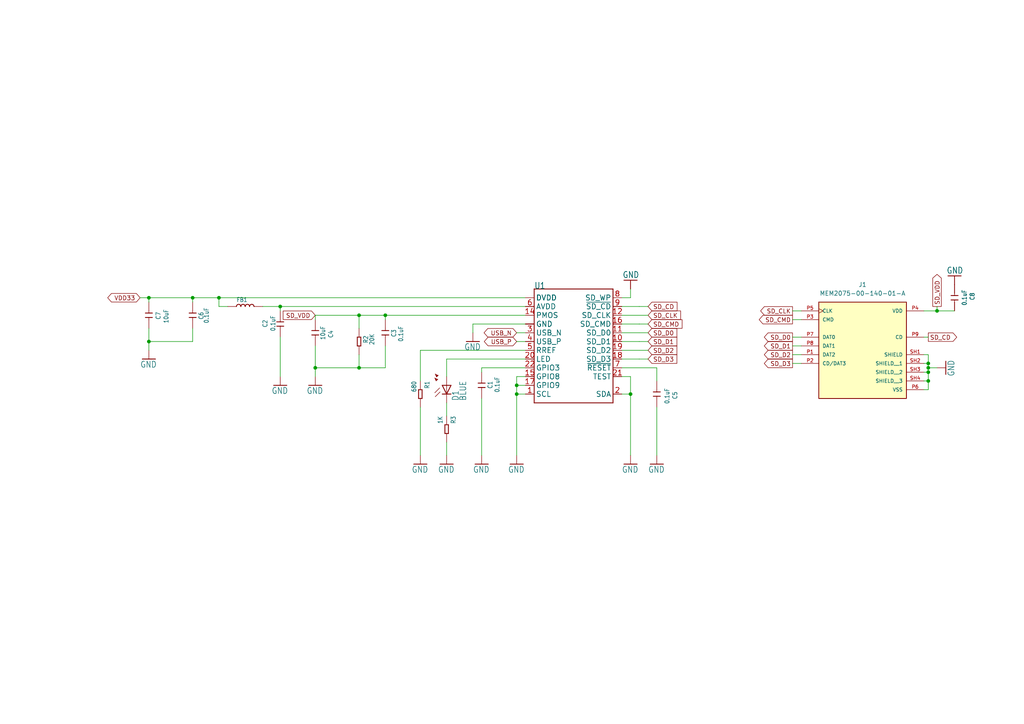
<source format=kicad_sch>
(kicad_sch (version 20250114) (generator "eeschema") (generator_version "9.0")
  (paper "A4")
  (lib_symbols
    (symbol "MEM2075-00-140-01-A:MEM2075-00-140-01-A" (pin_names (offset 1.016))
      (property "Reference" "J" (at -12.7 10.795 0))
      (property "Value" "MEM2075-00-140-01-A" (at -12.7 -20.32 0))
      (symbol "MEM2075-00-140-01-A_0_0"
        (rectangle (start -12.7 -17.78) (end 12.7 10.16) (stroke (width 0.254)) (fill (type background)))
        (pin bidirectional clock (at -17.78 7.62 0) (length 5.08) (name "CLK") (number "P5"))
        (pin bidirectional line (at -17.78 5.08 0) (length 5.08) (name "CMD") (number "P3"))
        (pin bidirectional line (at -17.78 0 0) (length 5.08) (name "DAT0") (number "P7"))
        (pin bidirectional line (at -17.78 -2.54 0) (length 5.08) (name "DAT1") (number "P8"))
        (pin bidirectional line (at -17.78 -5.08 0) (length 5.08) (name "DAT2") (number "P1"))
        (pin bidirectional line (at -17.78 -7.62 0) (length 5.08) (name "CD/DAT3") (number "P2"))
        (pin power_in line (at 17.78 7.62 180) (length 5.08) (name "VDD") (number "P4"))
        (pin passive line (at 17.78 0 180) (length 5.08) (name "CD") (number "P9"))
        (pin power_in line (at 17.78 -5.08 180) (length 5.08) (name "SHIELD") (number "SH1"))
        (pin power_in line (at 17.78 -7.62 180) (length 5.08) (name "SHIELD__1") (number "SH2"))
        (pin power_in line (at 17.78 -10.16 180) (length 5.08) (name "SHIELD__2") (number "SH3"))
        (pin power_in line (at 17.78 -12.7 180) (length 5.08) (name "SHIELD__3") (number "SH4"))
        (pin power_in line (at 17.78 -15.24 180) (length 5.08) (name "VSS") (number "P6"))
      )
    )
    (symbol "psvsd-eagle-import:CERAMIC-1NF-50V-5%-C0G(0603)"
      (property "Reference" "C" (at -3.81 1.27 0))
      (symbol "CERAMIC-1NF-50V-5%-C0G(0603)_1_0"
        (polyline (pts (xy -1.27 0) (xy -0.635 0)) (stroke (width 0.1524)))
        (polyline (pts (xy -0.635 0) (xy -0.635 1.016)) (stroke (width 0.254)))
        (polyline (pts (xy -0.635 -1.016) (xy -0.635 0)) (stroke (width 0.254)))
        (polyline (pts (xy 0.635 1.016) (xy 0.635 0)) (stroke (width 0.254)))
        (polyline (pts (xy 0.635 0) (xy 0.635 -1.016)) (stroke (width 0.254)))
        (polyline (pts (xy 0.635 0) (xy 1.27 0)) (stroke (width 0.1524)))
        (pin passive line (at -3.81 0 0) (length 2.54) (name "1") (number "1"))
        (pin passive line (at 3.81 0 180) (length 2.54) (name "2") (number "2"))
      )
    )
    (symbol "psvsd-eagle-import:GL823(A)OG"
      (property "Reference" "U" (at -10.16 15.24 0))
      (symbol "GL823(A)OG_1_0"
        (polyline (pts (xy -10.16 15.24) (xy -10.16 -17.78)) (stroke (width 0.254)))
        (polyline (pts (xy -10.16 -17.78) (xy 12.7 -17.78)) (stroke (width 0.254)))
        (polyline (pts (xy 12.7 15.24) (xy -10.16 15.24)) (stroke (width 0.254)))
        (polyline (pts (xy 12.7 -17.78) (xy 12.7 15.24)) (stroke (width 0.254)))
        (pin power_in line (at -12.7 12.7 0) (length 2.54) (name "DVDD") (number "13"))
        (pin power_in line (at -12.7 12.7 0) (length 2.54) (name "DVDD") (number "23"))
        (pin power_in line (at -12.7 10.16 0) (length 2.54) (name "AVDD") (number "6"))
        (pin power_in line (at -12.7 7.62 0) (length 2.54) (name "PMOS") (number "14"))
        (pin power_in line (at -12.7 5.08 0) (length 2.54) (name "GND") (number "24"))
        (pin power_in line (at -12.7 5.08 0) (length 2.54) (name "GND") (number "25"))
        (pin bidirectional line (at -12.7 2.54 0) (length 2.54) (name "USB_N") (number "3"))
        (pin bidirectional line (at -12.7 0 0) (length 2.54) (name "USB_P") (number "4"))
        (pin bidirectional line (at -12.7 -2.54 0) (length 2.54) (name "RREF") (number "5"))
        (pin output line (at -12.7 -5.08 0) (length 2.54) (name "LED") (number "20"))
        (pin bidirectional line (at -12.7 -7.62 0) (length 2.54) (name "GPIO3") (number "22"))
        (pin bidirectional line (at -12.7 -10.16 0) (length 2.54) (name "GPIO8") (number "15"))
        (pin bidirectional line (at -12.7 -12.7 0) (length 2.54) (name "GPIO9") (number "17"))
        (pin bidirectional line (at -12.7 -15.24 0) (length 2.54) (name "SCL") (number "1"))
        (pin input line (at 15.24 12.7 180) (length 2.54) (name "SD_WP") (number "8"))
        (pin input line (at 15.24 10.16 180) (length 2.54) (name "~{SD_CD}") (number "9"))
        (pin output line (at 15.24 7.62 180) (length 2.54) (name "SD_CLK") (number "12"))
        (pin bidirectional line (at 15.24 5.08 180) (length 2.54) (name "SD_CMD") (number "16"))
        (pin bidirectional line (at 15.24 2.54 180) (length 2.54) (name "SD_D0") (number "11"))
        (pin bidirectional line (at 15.24 0 180) (length 2.54) (name "SD_D1") (number "10"))
        (pin bidirectional line (at 15.24 -2.54 180) (length 2.54) (name "SD_D2") (number "19"))
        (pin bidirectional line (at 15.24 -5.08 180) (length 2.54) (name "SD_D3") (number "18"))
        (pin input line (at 15.24 -7.62 180) (length 2.54) (name "~{RESET}") (number "7"))
        (pin input line (at 15.24 -10.16 180) (length 2.54) (name "TEST") (number "21"))
        (pin bidirectional line (at 15.24 -15.24 180) (length 2.54) (name "SDA") (number "2"))
      )
    )
    (symbol "psvsd-eagle-import:GND" (power)
      (symbol "GND_1_0"
        (polyline (pts (xy -1.905 0) (xy 1.905 0)) (stroke (width 0.254)))
        (pin power_in line (at 0 2.54 270) (length 2.54) (name "GND") (number "1"))
      )
    )
    (symbol "psvsd-eagle-import:LEDCHIP-LED0603"
      (property "Reference" "LED" (at 3.556 -4.572 90))
      (symbol "LEDCHIP-LED0603_1_0"
        (polyline (pts (xy -3.429 2.159) (xy -3.048 1.27) (xy -2.54 1.778)) (stroke (width 0.1524)) (fill (type outline)))
        (polyline (pts (xy -3.302 3.302) (xy -2.921 2.413) (xy -2.413 2.921)) (stroke (width 0.1524)) (fill (type outline)))
        (polyline (pts (xy -2.032 -0.762) (xy -3.429 -2.159)) (stroke (width 0.1524)))
        (polyline (pts (xy -1.905 -1.905) (xy -3.302 -3.302)) (stroke (width 0.1524)))
        (polyline (pts (xy 0 0) (xy -1.27 0)) (stroke (width 0.254)))
        (polyline (pts (xy 0 0) (xy 0 -2.54)) (stroke (width 0.1524)))
        (polyline (pts (xy 0 -2.54) (xy -1.27 0)) (stroke (width 0.254)))
        (polyline (pts (xy 0 -2.54) (xy -1.27 -2.54)) (stroke (width 0.254)))
        (polyline (pts (xy 1.27 0) (xy 0 0)) (stroke (width 0.254)))
        (polyline (pts (xy 1.27 0) (xy 0 -2.54)) (stroke (width 0.254)))
        (polyline (pts (xy 1.27 -2.54) (xy 0 -2.54)) (stroke (width 0.254)))
        (pin passive line (at 0 2.54 270) (length 2.54) (name "A") (number "A"))
        (pin passive line (at 0 -5.08 90) (length 2.54) (name "C") (number "C"))
      )
    )
    (symbol "psvsd-eagle-import:SMD-FERRITE-BEAD-2500R-50MA(0603)"
      (property "Reference" "L" (at -2.54 1.27 0))
      (symbol "SMD-FERRITE-BEAD-2500R-50MA(0603)_1_0"
        (arc (start -2.54 0) (mid -1.905 0.635) (end -1.27 0) (stroke (width 0.254)))
        (arc (start -1.27 0) (mid -0.635 0.635) (end 0 0) (stroke (width 0.254)))
        (arc (start 0 0) (mid 0.635 0.635) (end 1.27 0) (stroke (width 0.254)))
        (arc (start 1.27 0) (mid 1.905 0.635) (end 2.54 0) (stroke (width 0.254)))
        (pin passive line (at -5.08 0 0) (length 2.54) (name "1") (number "1"))
        (pin passive line (at 5.08 0 180) (length 2.54) (name "2") (number "2"))
      )
    )
    (symbol "psvsd-eagle-import:SMD-RES-0R-5%-1/10W(0603)"
      (property "Reference" "R" (at -3.81 1.27 0))
      (symbol "SMD-RES-0R-5%-1/10W(0603)_1_0"
        (polyline (pts (xy -1.27 0.508) (xy 1.27 0.508)) (stroke (width 0.254)))
        (polyline (pts (xy -1.27 -0.508) (xy -1.27 0.508)) (stroke (width 0.254)))
        (polyline (pts (xy 1.27 0.508) (xy 1.27 -0.508)) (stroke (width 0.254)))
        (polyline (pts (xy 1.27 -0.508) (xy -1.27 -0.508)) (stroke (width 0.254)))
        (pin passive line (at -3.81 0 0) (length 2.54) (name "1") (number "1"))
        (pin passive line (at 3.81 0 180) (length 2.54) (name "2") (number "2"))
      )
    )
  )
  (junction (at 63.5 86.36))
  (junction (at 269.24 105.41))
  (junction (at 43.18 99.06))
  (junction (at 104.14 91.44))
  (junction (at 149.86 111.76))
  (junction (at 269.24 107.95))
  (junction (at 104.14 106.68))
  (junction (at 91.44 106.68))
  (junction (at 81.28 88.9))
  (junction (at 149.86 114.3))
  (junction (at 182.88 114.3))
  (junction (at 111.76 91.44))
  (junction (at 43.18 86.36))
  (junction (at 269.24 110.49))
  (junction (at 269.24 106.68))
  (junction (at 271.78 90.17))
  (junction (at 55.88 86.36))
  (wire (pts (xy 269.24 106.68) (xy 269.24 107.95)))
  (wire (pts (xy 180.34 109.22) (xy 182.88 109.22)) (stroke (width 0.1524)))
  (wire (pts (xy 76.2 88.9) (xy 81.28 88.9)) (stroke (width 0.1524)))
  (wire (pts (xy 104.14 91.44) (xy 91.44 91.44)) (stroke (width 0.1524)))
  (wire (pts (xy 91.44 106.68) (xy 104.14 106.68)) (stroke (width 0.1524)))
  (wire (pts (xy 43.18 99.06) (xy 43.18 101.6)) (stroke (width 0.1524)))
  (wire (pts (xy 152.4 93.98) (xy 137.16 93.98)) (stroke (width 0.1524)))
  (wire (pts (xy 149.86 109.22) (xy 149.86 111.76)) (stroke (width 0.1524)))
  (wire (pts (xy 182.88 86.36) (xy 182.88 83.82)) (stroke (width 0.1524)))
  (wire (pts (xy 55.88 95.25) (xy 55.88 99.06)) (stroke (width 0.1524)))
  (wire (pts (xy 152.4 114.3) (xy 149.86 114.3)) (stroke (width 0.1524)))
  (wire (pts (xy 63.5 86.36) (xy 55.88 86.36)) (stroke (width 0.1524)))
  (wire (pts (xy 185.42 93.98) (xy 187.96 93.98)))
  (wire (pts (xy 180.34 93.98) (xy 185.42 93.98)) (stroke (width 0.1524)))
  (wire (pts (xy 182.88 109.22) (xy 182.88 114.3)) (stroke (width 0.1524)))
  (wire (pts (xy 269.24 106.68) (xy 271.78 106.68)))
  (wire (pts (xy 149.86 111.76) (xy 149.86 114.3)) (stroke (width 0.1524)))
  (wire (pts (xy 229.87 105.41) (xy 232.41 105.41)))
  (wire (pts (xy 81.28 88.9) (xy 81.28 90.17)) (stroke (width 0.1524)))
  (wire (pts (xy 271.78 90.17) (xy 276.86 90.17)))
  (wire (pts (xy 229.87 90.17) (xy 232.41 90.17)))
  (wire (pts (xy 152.4 96.52) (xy 149.86 96.52)) (stroke (width 0.1524)))
  (wire (pts (xy 267.97 97.79) (xy 269.24 97.79)) (stroke (width 0.1524)))
  (wire (pts (xy 180.34 91.44) (xy 187.96 91.44)))
  (wire (pts (xy 267.97 113.03) (xy 269.24 113.03)))
  (wire (pts (xy 267.97 90.17) (xy 271.78 90.17)))
  (wire (pts (xy 185.42 96.52) (xy 187.96 96.52)))
  (wire (pts (xy 152.4 106.68) (xy 139.7 106.68)) (stroke (width 0.1524)))
  (wire (pts (xy 43.18 86.36) (xy 43.18 87.63)) (stroke (width 0.1524)))
  (wire (pts (xy 180.34 101.6) (xy 185.42 101.6)) (stroke (width 0.1524)))
  (wire (pts (xy 152.4 101.6) (xy 121.92 101.6)) (stroke (width 0.1524)))
  (wire (pts (xy 180.34 114.3) (xy 182.88 114.3)) (stroke (width 0.1524)))
  (wire (pts (xy 81.28 97.79) (xy 81.28 109.22)) (stroke (width 0.1524)))
  (wire (pts (xy 229.87 102.87) (xy 232.41 102.87)))
  (wire (pts (xy 139.7 106.68) (xy 139.7 107.95)) (stroke (width 0.1524)))
  (wire (pts (xy 269.24 105.41) (xy 269.24 106.68)))
  (wire (pts (xy 43.18 86.36) (xy 40.64 86.36)) (stroke (width 0.1524)))
  (wire (pts (xy 229.87 92.71) (xy 232.41 92.71)))
  (wire (pts (xy 271.78 88.9) (xy 271.78 90.17)))
  (wire (pts (xy 129.54 116.84) (xy 129.54 120.65)) (stroke (width 0.1524)))
  (wire (pts (xy 111.76 100.33) (xy 111.76 106.68)) (stroke (width 0.1524)))
  (wire (pts (xy 152.4 86.36) (xy 63.5 86.36)) (stroke (width 0.1524)))
  (wire (pts (xy 137.16 93.98) (xy 137.16 96.52)) (stroke (width 0.1524)))
  (wire (pts (xy 269.24 107.95) (xy 269.24 110.49)))
  (wire (pts (xy 180.34 96.52) (xy 185.42 96.52)) (stroke (width 0.1524)))
  (wire (pts (xy 180.34 104.14) (xy 185.42 104.14)) (stroke (width 0.1524)))
  (wire (pts (xy 121.92 118.11) (xy 121.92 132.08)) (stroke (width 0.1524)))
  (wire (pts (xy 185.42 88.9) (xy 187.96 88.9)))
  (wire (pts (xy 269.24 113.03) (xy 269.24 110.49)))
  (wire (pts (xy 185.42 101.6) (xy 187.96 101.6)))
  (wire (pts (xy 152.4 104.14) (xy 129.54 104.14)) (stroke (width 0.1524)))
  (wire (pts (xy 104.14 106.68) (xy 104.14 102.87)) (stroke (width 0.1524)))
  (wire (pts (xy 55.88 86.36) (xy 43.18 86.36)) (stroke (width 0.1524)))
  (wire (pts (xy 91.44 100.33) (xy 91.44 106.68)) (stroke (width 0.1524)))
  (wire (pts (xy 139.7 115.57) (xy 139.7 132.08)) (stroke (width 0.1524)))
  (wire (pts (xy 43.18 95.25) (xy 43.18 99.06)) (stroke (width 0.1524)))
  (wire (pts (xy 152.4 111.76) (xy 149.86 111.76)) (stroke (width 0.1524)))
  (wire (pts (xy 111.76 106.68) (xy 104.14 106.68)) (stroke (width 0.1524)))
  (wire (pts (xy 190.5 118.11) (xy 190.5 132.08)) (stroke (width 0.1524)))
  (wire (pts (xy 267.97 110.49) (xy 269.24 110.49)))
  (wire (pts (xy 63.5 88.9) (xy 63.5 86.36)) (stroke (width 0.1524)))
  (wire (pts (xy 55.88 99.06) (xy 43.18 99.06)) (stroke (width 0.1524)))
  (wire (pts (xy 91.44 91.44) (xy 91.44 92.71)) (stroke (width 0.1524)))
  (wire (pts (xy 104.14 91.44) (xy 104.14 95.25)) (stroke (width 0.1524)))
  (wire (pts (xy 185.42 99.06) (xy 187.96 99.06)))
  (wire (pts (xy 190.5 106.68) (xy 190.5 110.49)) (stroke (width 0.1524)))
  (wire (pts (xy 180.34 106.68) (xy 190.5 106.68)) (stroke (width 0.1524)))
  (wire (pts (xy 180.34 88.9) (xy 185.42 88.9)) (stroke (width 0.1524)))
  (wire (pts (xy 152.4 99.06) (xy 149.86 99.06)) (stroke (width 0.1524)))
  (wire (pts (xy 180.34 86.36) (xy 182.88 86.36)) (stroke (width 0.1524)))
  (wire (pts (xy 267.97 102.87) (xy 269.24 102.87)))
  (wire (pts (xy 269.24 102.87) (xy 269.24 105.41)))
  (wire (pts (xy 267.97 105.41) (xy 269.24 105.41)))
  (wire (pts (xy 152.4 109.22) (xy 149.86 109.22)) (stroke (width 0.1524)))
  (wire (pts (xy 111.76 91.44) (xy 104.14 91.44)) (stroke (width 0.1524)))
  (wire (pts (xy 185.42 104.14) (xy 187.96 104.14)))
  (wire (pts (xy 81.28 88.9) (xy 152.4 88.9)) (stroke (width 0.1524)))
  (wire (pts (xy 129.54 104.14) (xy 129.54 109.22)) (stroke (width 0.1524)))
  (wire (pts (xy 111.76 91.44) (xy 111.76 92.71)) (stroke (width 0.1524)))
  (wire (pts (xy 66.04 88.9) (xy 63.5 88.9)) (stroke (width 0.1524)))
  (wire (pts (xy 91.44 106.68) (xy 91.44 109.22)) (stroke (width 0.1524)))
  (wire (pts (xy 55.88 86.36) (xy 55.88 87.63)) (stroke (width 0.1524)))
  (wire (pts (xy 180.34 99.06) (xy 185.42 99.06)) (stroke (width 0.1524)))
  (wire (pts (xy 149.86 114.3) (xy 149.86 132.08)) (stroke (width 0.1524)))
  (wire (pts (xy 229.87 97.79) (xy 232.41 97.79)))
  (wire (pts (xy 129.54 128.27) (xy 129.54 132.08)) (stroke (width 0.1524)))
  (wire (pts (xy 229.87 100.33) (xy 232.41 100.33)))
  (wire (pts (xy 182.88 114.3) (xy 182.88 132.08)) (stroke (width 0.1524)))
  (wire (pts (xy 267.97 107.95) (xy 269.24 107.95)))
  (wire (pts (xy 152.4 91.44) (xy 111.76 91.44)) (stroke (width 0.1524)))
  (wire (pts (xy 121.92 101.6) (xy 121.92 110.49)) (stroke (width 0.1524)))
  (global_label "SD_CMD" (shape output) (at 229.87 92.71 180) (effects (font (size 1.2446 1.2446))) (property "Intersheetrefs" "${INTERSHEET_REFS}" (effects (hide yes))))
  (global_label "USB_P" (shape bidirectional) (at 149.86 99.06 180) (effects (font (size 1.2446 1.2446))) (property "Intersheetrefs" "${INTERSHEET_REFS}" (effects (hide yes))))
  (global_label "USB_N" (shape bidirectional) (at 149.86 96.52 180) (effects (font (size 1.2446 1.2446))) (property "Intersheetrefs" "${INTERSHEET_REFS}" (effects (hide yes))))
  (global_label "SD_D0" (shape output) (at 229.87 97.79 180) (effects (font (size 1.2446 1.2446))) (property "Intersheetrefs" "${INTERSHEET_REFS}" (effects (hide yes))))
  (global_label "SD_D1" (shape input) (at 187.96 99.06 0) (property "Intersheetrefs" "${INTERSHEET_REFS}" (effects (hide yes))))
  (global_label "SD_D1" (shape output) (at 229.87 100.33 180) (effects (font (size 1.2446 1.2446))) (property "Intersheetrefs" "${INTERSHEET_REFS}" (effects (hide yes))))
  (global_label "SD_CLK" (shape input) (at 187.96 91.44 0) (property "Intersheetrefs" "${INTERSHEET_REFS}" (effects (hide yes))))
  (global_label "SD_D3" (shape input) (at 187.96 104.14 0) (property "Intersheetrefs" "${INTERSHEET_REFS}" (effects (hide yes))))
  (global_label "SD_D2" (shape output) (at 229.87 102.87 180) (effects (font (size 1.2446 1.2446))) (property "Intersheetrefs" "${INTERSHEET_REFS}" (effects (hide yes))))
  (global_label "VDD33" (shape bidirectional) (at 40.64 86.36 180) (effects (font (size 1.2446 1.2446))) (property "Intersheetrefs" "${INTERSHEET_REFS}" (effects (hide yes))))
  (global_label "SD_CD" (shape output) (at 269.24 97.79 0) (effects (font (size 1.2446 1.2446))) (property "Intersheetrefs" "${INTERSHEET_REFS}" (effects (hide yes))))
  (global_label "SD_D0" (shape input) (at 187.96 96.52 0) (property "Intersheetrefs" "${INTERSHEET_REFS}" (effects (hide yes))))
  (global_label "SD_CLK" (shape output) (at 229.87 90.17 180) (effects (font (size 1.2446 1.2446))) (property "Intersheetrefs" "${INTERSHEET_REFS}" (effects (hide yes))))
  (global_label "SD_CMD" (shape input) (at 187.96 93.98 0) (property "Intersheetrefs" "${INTERSHEET_REFS}" (effects (hide yes))))
  (global_label "SD_D2" (shape input) (at 187.96 101.6 0) (property "Intersheetrefs" "${INTERSHEET_REFS}" (effects (hide yes))))
  (global_label "SD_VDD" (shape input) (at 91.44 91.44 180) (effects (font (size 1.2446 1.2446))) (property "Intersheetrefs" "${INTERSHEET_REFS}" (effects (hide yes))))
  (global_label "SD_VDD" (shape output) (at 271.78 88.9 90) (effects (font (size 1.2446 1.2446))) (property "Intersheetrefs" "${INTERSHEET_REFS}" (effects (hide yes))))
  (global_label "SD_D3" (shape output) (at 229.87 105.41 180) (effects (font (size 1.2446 1.2446))) (property "Intersheetrefs" "${INTERSHEET_REFS}" (effects (hide yes))))
  (global_label "SD_CD" (shape input) (at 187.96 88.9 0) (property "Intersheetrefs" "${INTERSHEET_REFS}" (effects (hide yes))))
  (symbol (lib_id "psvsd-eagle-import:GND") (at 129.54 134.62 0) (unit 1)
    (property "Reference" "#GND9" (effects (hide yes)))
    (property "Value" "GND" (at 127 137.16 0) (effects (font (size 1.778 1.5113)) (justify left bottom)))
  )
  (symbol (lib_id "psvsd-eagle-import:CERAMIC-1NF-50V-5%-C0G(0603)") (at 276.86 86.36 90) (unit 1)
    (property "Reference" "C8" (at 282.702 87.122 0) (effects (font (size 1.27 1.0795)) (justify left bottom)))
    (property "Value" "0.1uF" (at 280.416 88.646 0) (effects (font (size 1.27 1.0795)) (justify left bottom)))
    (property "Footprint" "Footprints:C0603_464" (effects (hide yes)))
  )
  (symbol (lib_id "psvsd-eagle-import:CERAMIC-1NF-50V-5%-C0G(0603)") (at 43.18 91.44 270) (unit 1)
    (property "Reference" "C7" (at 45.212 90.424 0) (effects (font (size 1.27 1.0795)) (justify left bottom)))
    (property "Value" "10uF" (at 47.498 89.662 0) (effects (font (size 1.27 1.0795)) (justify left bottom)))
    (property "Footprint" "Footprints:C0603_464" (effects (hide yes)))
  )
  (symbol (lib_id "psvsd-eagle-import:CERAMIC-1NF-50V-5%-C0G(0603)") (at 91.44 96.52 270) (unit 1)
    (property "Reference" "C4" (at 95.25 95.758 0) (effects (font (size 1.27 1.0795)) (justify left bottom)))
    (property "Value" "10uF" (at 92.964 94.488 0) (effects (font (size 1.27 1.0795)) (justify left bottom)))
    (property "Footprint" "Footprints:C0603_464" (effects (hide yes)))
  )
  (symbol (lib_id "psvsd-eagle-import:GND") (at 121.92 134.62 0) (unit 1)
    (property "Reference" "#GND3" (effects (hide yes)))
    (property "Value" "GND" (at 119.38 137.16 0) (effects (font (size 1.778 1.5113)) (justify left bottom)))
  )
  (symbol (lib_id "psvsd-eagle-import:CERAMIC-1NF-50V-5%-C0G(0603)") (at 139.7 111.76 270) (unit 1)
    (property "Reference" "C1" (at 141.478 110.49 0) (effects (font (size 1.27 1.0795)) (justify left bottom)))
    (property "Value" "0.1uF" (at 143.51 109.22 0) (effects (font (size 1.27 1.0795)) (justify left bottom)))
    (property "Footprint" "Footprints:C0603_464" (effects (hide yes)))
  )
  (symbol (lib_id "psvsd-eagle-import:SMD-FERRITE-BEAD-2500R-50MA(0603)") (at 71.12 88.9 0) (unit 1)
    (property "Reference" "FB1" (at 68.58 87.63 0) (effects (font (size 1.27 1.0795)) (justify left bottom)))
    (property "Value" "SMD-FERRITE-BEAD-2500R-50MA(0603)" (effects (hide yes)))
    (property "Footprint" "Footprints:L0603_471" (effects (hide yes)))
  )
  (symbol (lib_id "psvsd-eagle-import:SMD-RES-0R-5%-1/10W(0603)") (at 104.14 99.06 270) (unit 1)
    (property "Reference" "R2" (at 105.41 97.282 0) (effects (font (size 1.27 1.0795)) (justify left bottom)))
    (property "Value" "20K" (at 107.188 96.774 0) (effects (font (size 1.27 1.0795)) (justify left bottom)))
    (property "Footprint" "Footprints:R0603_474" (effects (hide yes)))
  )
  (symbol (lib_id "psvsd-eagle-import:GL823(A)OG") (at 165.1 99.06 0) (unit 1)
    (property "Reference" "U1" (at 154.94 83.82 0) (effects (font (size 1.778 1.5113)) (justify left bottom)))
    (property "Value" "GL823(A)OG" (effects (hide yes)))
    (property "Footprint" "Footprints:QFN-24" (effects (hide yes)))
  )
  (symbol (lib_id "psvsd-eagle-import:CERAMIC-1NF-50V-5%-C0G(0603)") (at 111.76 96.52 270) (unit 1)
    (property "Reference" "C3" (at 113.538 95.504 0) (effects (font (size 1.27 1.0795)) (justify left bottom)))
    (property "Value" "0.1uF" (at 115.57 94.488 0) (effects (font (size 1.27 1.0795)) (justify left bottom)))
    (property "Footprint" "Footprints:C0603_464" (effects (hide yes)))
  )
  (symbol (lib_id "psvsd-eagle-import:GND") (at 137.16 99.06 0) (unit 1)
    (property "Reference" "#GND7" (effects (hide yes)))
    (property "Value" "GND" (at 134.62 101.6 0) (effects (font (size 1.778 1.5113)) (justify left bottom)))
  )
  (symbol (lib_id "psvsd-eagle-import:GND") (at 190.5 134.62 0) (unit 1)
    (property "Reference" "#GND8" (effects (hide yes)))
    (property "Value" "GND" (at 187.96 137.16 0) (effects (font (size 1.778 1.5113)) (justify left bottom)))
  )
  (symbol (lib_id "psvsd-eagle-import:GND") (at 276.86 80.01 180) (unit 1)
    (property "Reference" "#GND11" (effects (hide yes)))
    (property "Value" "GND" (at 279.4 77.47 0) (effects (font (size 1.778 1.5113)) (justify left bottom)))
  )
  (symbol (lib_id "psvsd-eagle-import:SMD-RES-0R-5%-1/10W(0603)") (at 121.92 114.3 270) (unit 1)
    (property "Reference" "R1" (at 123.19 110.49 0) (effects (font (size 1.27 1.0795)) (justify left bottom)))
    (property "Value" "680" (at 119.38 110.49 0) (effects (font (size 1.27 1.0795)) (justify left bottom)))
    (property "Footprint" "Footprints:R0603_474" (effects (hide yes)))
  )
  (symbol (lib_id "psvsd-eagle-import:GND") (at 139.7 134.62 0) (unit 1)
    (property "Reference" "#GND1" (effects (hide yes)))
    (property "Value" "GND" (at 137.16 137.16 0) (effects (font (size 1.778 1.5113)) (justify left bottom)))
  )
  (symbol (lib_id "psvsd-eagle-import:CERAMIC-1NF-50V-5%-C0G(0603)") (at 55.88 91.44 270) (unit 1)
    (property "Reference" "C6" (at 57.658 90.424 0) (effects (font (size 1.27 1.0795)) (justify left bottom)))
    (property "Value" "0.1uF" (at 59.182 89.154 0) (effects (font (size 1.27 1.0795)) (justify left bottom)))
    (property "Footprint" "Footprints:C0603_464" (effects (hide yes)))
  )
  (symbol (lib_id "psvsd-eagle-import:GND") (at 91.44 111.76 0) (unit 1)
    (property "Reference" "#GND4" (effects (hide yes)))
    (property "Value" "GND" (at 88.9 114.3 0) (effects (font (size 1.778 1.5113)) (justify left bottom)))
  )
  (symbol (lib_id "psvsd-eagle-import:CERAMIC-1NF-50V-5%-C0G(0603)") (at 81.28 93.98 270) (unit 1)
    (property "Reference" "C2" (at 76.2 92.71 0) (effects (font (size 1.27 1.0795)) (justify left bottom)))
    (property "Value" "0.1uF" (at 78.486 91.44 0) (effects (font (size 1.27 1.0795)) (justify left bottom)))
    (property "Footprint" "Footprints:C0603_464" (effects (hide yes)))
  )
  (symbol (lib_id "psvsd-eagle-import:CERAMIC-1NF-50V-5%-C0G(0603)") (at 190.5 114.3 270) (unit 1)
    (property "Reference" "C5" (at 195.072 113.538 0) (effects (font (size 1.27 1.0795)) (justify left bottom)))
    (property "Value" "0.1uF" (at 192.786 112.522 0) (effects (font (size 1.27 1.0795)) (justify left bottom)))
    (property "Footprint" "Footprints:C0603_464" (effects (hide yes)))
  )
  (symbol (lib_id "psvsd-eagle-import:GND") (at 81.28 111.76 0) (unit 1)
    (property "Reference" "#GND5" (effects (hide yes)))
    (property "Value" "GND" (at 78.74 114.3 0) (effects (font (size 1.778 1.5113)) (justify left bottom)))
  )
  (symbol (lib_id "psvsd-eagle-import:GND") (at 43.18 104.14 0) (unit 1)
    (property "Reference" "#GND6" (effects (hide yes)))
    (property "Value" "GND" (at 40.64 106.68 0) (effects (font (size 1.778 1.5113)) (justify left bottom)))
  )
  (symbol (lib_id "psvsd-eagle-import:SMD-RES-0R-5%-1/10W(0603)") (at 129.54 124.46 270) (unit 1)
    (property "Reference" "R3" (at 130.81 120.65 0) (effects (font (size 1.27 1.0795)) (justify left bottom)))
    (property "Value" "1K" (at 127 120.65 0) (effects (font (size 1.27 1.0795)) (justify left bottom)))
    (property "Footprint" "Footprints:R0603_474" (effects (hide yes)))
  )
  (symbol (lib_id "psvsd-eagle-import:GND") (at 149.86 134.62 0) (unit 1)
    (property "Reference" "#GND2" (effects (hide yes)))
    (property "Value" "GND" (at 147.32 137.16 0) (effects (font (size 1.778 1.5113)) (justify left bottom)))
  )
  (symbol (lib_id "psvsd-eagle-import:GND") (at 182.88 134.62 0) (unit 1)
    (property "Reference" "#GND10" (effects (hide yes)))
    (property "Value" "GND" (at 180.34 137.16 0) (effects (font (size 1.778 1.5113)) (justify left bottom)))
  )
  (symbol (lib_id "psvsd-eagle-import:GND") (at 274.32 106.68 90) (unit 1)
    (property "Reference" "#GND22" (effects (hide yes)))
    (property "Value" "GND" (at 276.86 109.22 0) (effects (font (size 1.778 1.5113)) (justify left bottom)))
  )
  (symbol (lib_id "psvsd-eagle-import:LEDCHIP-LED0603") (at 129.54 111.76 0) (unit 1)
    (property "Reference" "D1" (at 133.096 116.332 90) (effects (font (size 1.778 1.5113)) (justify left bottom)))
    (property "Value" "BLUE" (at 135.255 116.332 90) (effects (font (size 1.778 1.5113)) (justify left bottom)))
    (property "Footprint" "Footprints:CHIP-LED0603_259" (effects (hide yes)))
  )
  (symbol (lib_id "psvsd-eagle-import:GND") (at 182.88 81.28 180) (unit 1)
    (property "Reference" "#GND12" (effects (hide yes)))
    (property "Value" "GND" (at 185.42 78.74 0) (effects (font (size 1.778 1.5113)) (justify left bottom)))
  )
  (symbol (lib_id "MEM2075-00-140-01-A:MEM2075-00-140-01-A") (at 250.19 97.79 0) (unit 1)
    (property "Reference" "J1" (at 250.19 82.55 0))
    (property "Value" "MEM2075-00-140-01-A" (at 250.19 85.09 0))
    (property "Footprint" "Footprints:GCT_MEM2075-00-140-01-A" (effects (hide yes)))
    (property "PARTREV" "A" (effects (hide yes)))
    (property "STANDARD" "Manufacturer recommendations" (effects (hide yes)))
    (property "MANUFACTURER" "GCT" (effects (hide yes)))
  )
)
</source>
